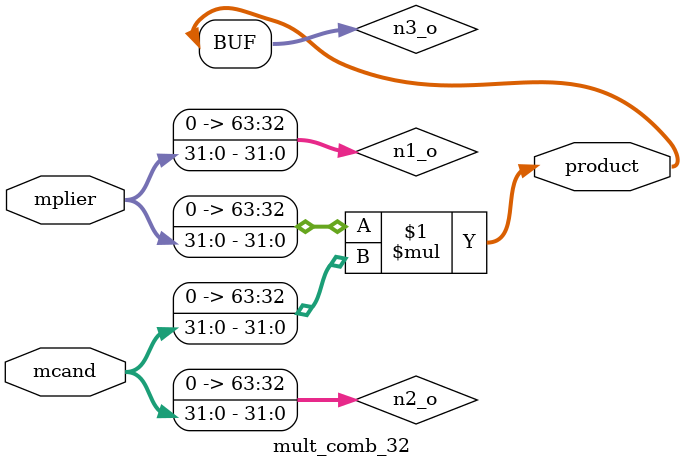
<source format=v>
module mult_comb_32
  (input  [31:0] mplier,
   input  [31:0] mcand,
   output [63:0] product);
  wire [63:0] n1_o;
  wire [63:0] n2_o;
  wire [63:0] n3_o;
  assign product = n3_o;
  /* src/mult_comb_nbits.vhdl:15:50  */
  assign n1_o = {32'b0, mplier};  //  uext
  /* src/mult_comb_nbits.vhdl:15:50  */
  assign n2_o = {32'b0, mcand};  //  uext
  /* src/mult_comb_nbits.vhdl:15:50  */
  assign n3_o = n1_o * n2_o; // umul
endmodule


</source>
